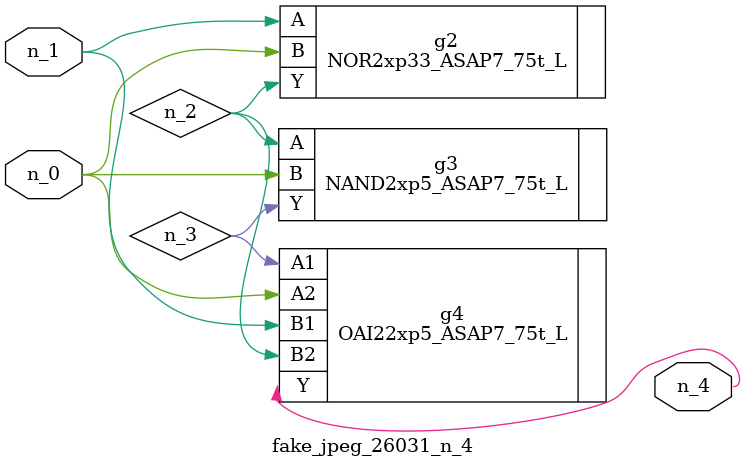
<source format=v>
module fake_jpeg_26031_n_4 (n_0, n_1, n_4);

input n_0;
input n_1;

output n_4;

wire n_2;
wire n_3;

NOR2xp33_ASAP7_75t_L g2 ( 
.A(n_1),
.B(n_0),
.Y(n_2)
);

NAND2xp5_ASAP7_75t_L g3 ( 
.A(n_2),
.B(n_0),
.Y(n_3)
);

OAI22xp5_ASAP7_75t_L g4 ( 
.A1(n_3),
.A2(n_0),
.B1(n_1),
.B2(n_2),
.Y(n_4)
);


endmodule
</source>
